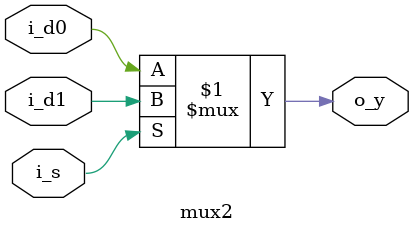
<source format=v>
module mux2 #(
    parameter  WIDTH=1
)(
    input [WIDTH-1:0] i_d0, i_d1, 
    input  i_s,
    output [WIDTH-1:0] o_y
);
    assign o_y = i_s ? i_d1 : i_d0;
endmodule

</source>
